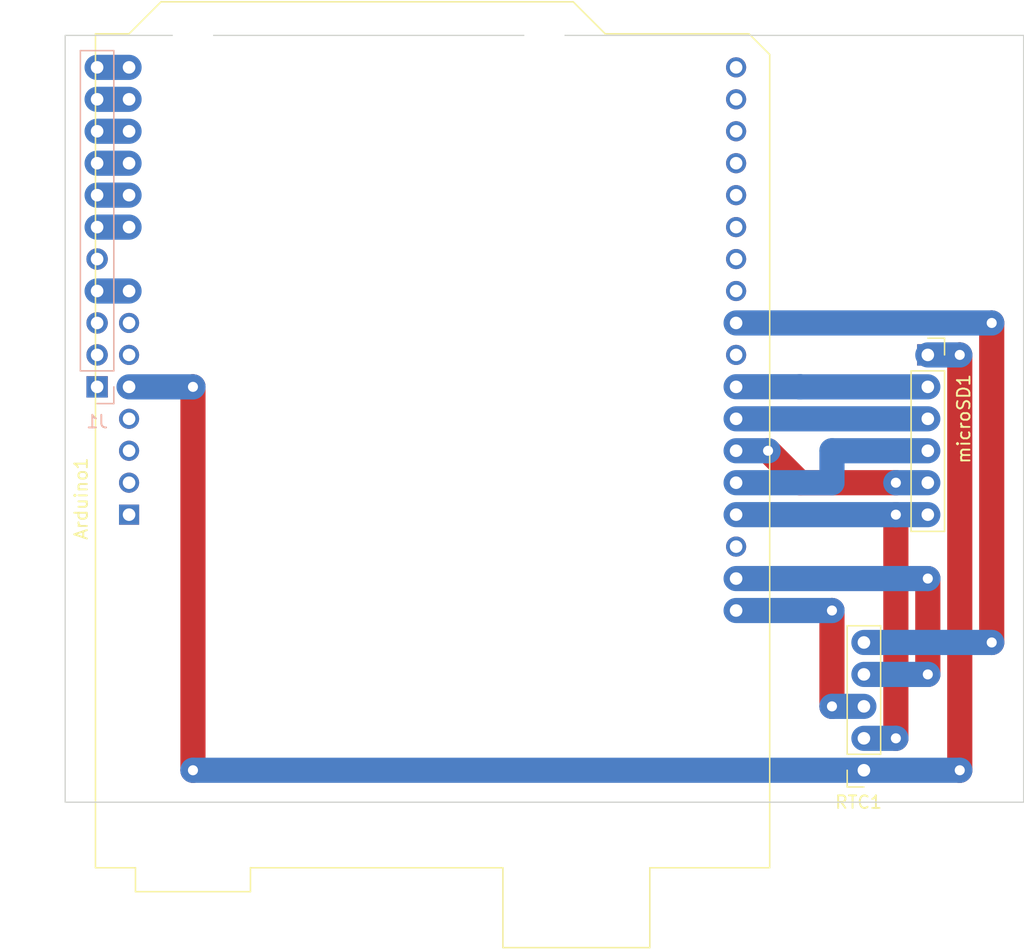
<source format=kicad_pcb>
(kicad_pcb (version 20211014) (generator pcbnew)
  (title_block (title "Arduino Shield za DS1302 i MicroSD modul") (date "4.6.2024.") (rev "2") (company "Fakultet tehnickih nauka u Novom Sadu"))
  (layers (0 "F.Cu" signal) (31 "B.Cu" signal) (34 "B.Paste" user) (35 "F.Paste" user) (36 "B.SilkS" user "B.Silkscreen") (37 "F.SilkS" user "F.Silkscreen") (38 "B.Mask" user) (39 "F.Mask" user) (44 "Edge.Cuts" user))
  (net 0 "")
  (net 1 "/SCK")
  (net 2 "/SDA")
  (net 3 "/SCL")
  (net 8 "+5V")
  (net 9 "/VIN")
  (net 10 "GND")
  (net 11 "/A0")
  (net 12 "/A1")
  (net 13 "/A2")
  (net 14 "/A3")
  (net 15 "/A4")
  (net 24 "/RTC RST")
  (net 25 "/SS")
  (net 26 "/MOSI")
  (net 27 "/MISO")
  (net 30 "/A5")
  (footprint "Connector_PinSocket_2.54mm:PinSocket_1x06_P2.54mm_Vertical" (layer "F.Cu") (at 180.34 91.44)
    (fp_text reference "microSD1" (at 2.8575 5.08 90) (layer "F.SilkS"))
    (fp_text value "Conn_01x06_Female" hide)
    (fp_line (start -1.33 1.27) (end 1.33 1.27) (layer "F.SilkS") (width 0.12))
    (fp_line (start 1.33 -1.33) (end 1.33 0) (layer "F.SilkS") (width 0.12))
    (fp_line (start -1.33 1.27) (end -1.33 14.03) (layer "F.SilkS") (width 0.12))
    (fp_line (start 1.33 1.27) (end 1.33 14.03) (layer "F.SilkS") (width 0.12))
    (fp_line (start -1.33 14.03) (end 1.33 14.03) (layer "F.SilkS") (width 0.12))
    (fp_line (start 0 -1.33) (end 1.33 -1.33) (layer "F.SilkS") (width 0.12))
    (pad "1" thru_hole rect (at 0 0) (size 1.7 1.7) (drill 1) (layers *.Cu *.Mask) (net 8 "+5V"))
    (pad "2" thru_hole oval (at 0 2.54) (size 1.7 1.7) (drill 1) (layers *.Cu *.Mask) (net 25 "/SS"))
    (pad "3" thru_hole oval (at 0 5.08) (size 1.7 1.7) (drill 1) (layers *.Cu *.Mask) (net 26 "/MOSI"))
    (pad "4" thru_hole oval (at 0 7.62) (size 1.7 1.7) (drill 1) (layers *.Cu *.Mask) (net 1 "/SCK"))
    (pad "5" thru_hole oval (at 0 10.16) (size 1.7 1.7) (drill 1) (layers *.Cu *.Mask) (net 27 "/MISO"))
    (pad "6" thru_hole oval (at 0 12.7) (size 1.7 1.7) (drill 1) (layers *.Cu *.Mask) (net 10 "GND"))
  )
  (footprint "For_Rasterboard:Arduino_UNO_R3_WithMountingHoles_Snapped_to_P2.54mm" (layer "F.Cu") (at 116.84 104.14 90)
    (fp_text reference "Arduino1" (at 1.27 -3.81 90) (layer "F.SilkS"))
    (fp_text value "Arduino UNO R3")
    (fp_line (start -28.07 41.4) (end -28.07 50.93) (layer "F.SilkS") (width 0.12))
    (fp_line (start -28.07 50.93) (end 36.58 50.93) (layer "F.SilkS") (width 0.12))
    (fp_line (start -28.07 0.51) (end -29.97 0.51) (layer "F.SilkS") (width 0.12))
    (fp_line (start 38.23 49.28) (end 38.23 37.85) (layer "F.SilkS") (width 0.12))
    (fp_line (start 40.77 2.54) (end 38.23 0) (layer "F.SilkS") (width 0.12))
    (fp_line (start 38.23 0) (end 38.23 -2.67) (layer "F.SilkS") (width 0.12))
    (fp_line (start -29.97 0.51) (end -29.97 9.65) (layer "F.SilkS") (width 0.12))
    (fp_line (start -28.07 29.72) (end -34.42 29.72) (layer "F.SilkS") (width 0.12))
    (fp_line (start -28.07 -2.67) (end -28.07 0.51) (layer "F.SilkS") (width 0.12))
    (fp_line (start 38.23 37.85) (end 40.77 35.31) (layer "F.SilkS") (width 0.12))
    (fp_line (start 38.23 -2.67) (end -28.07 -2.67) (layer "F.SilkS") (width 0.12))
    (fp_line (start -34.42 29.72) (end -34.42 41.4) (layer "F.SilkS") (width 0.12))
    (fp_line (start -29.97 9.65) (end -28.07 9.65) (layer "F.SilkS") (width 0.12))
    (fp_line (start -28.07 9.65) (end -28.07 29.72) (layer "F.SilkS") (width 0.12))
    (fp_line (start 36.58 50.93) (end 38.23 49.28) (layer "F.SilkS") (width 0.12))
    (fp_line (start 40.77 35.31) (end 40.77 2.54) (layer "F.SilkS") (width 0.12))
    (fp_line (start -34.42 41.4) (end -28.07 41.4) (layer "F.SilkS") (width 0.12))
    (pad "" np_thru_hole circle (at 38.1 5.08 180) (size 3.2 3.2) (drill 3.2) (layers *.Cu *.Mask))
    (pad "" np_thru_hole circle (at -13.97 0 180) (size 3.2 3.2) (drill 3.2) (layers *.Cu *.Mask))
    (pad "" np_thru_hole circle (at 38.1 33.02 180) (size 3.2 3.2) (drill 3.2) (layers *.Cu *.Mask))
    (pad "" np_thru_hole circle (at -12.7 48.26 180) (size 3.2 3.2) (drill 3.2) (layers *.Cu *.Mask))
    (pad "1" thru_hole rect (at 0 0 180) (size 1.6 1.6) (drill 1) (layers *.Cu *.Mask))
    (pad "2" thru_hole oval (at 2.54 0 180) (size 1.6 1.6) (drill 1) (layers *.Cu *.Mask))
    (pad "3" thru_hole oval (at 5.08 0 180) (size 1.6 1.6) (drill 1) (layers *.Cu *.Mask))
    (pad "4" thru_hole oval (at 7.62 0 180) (size 1.6 1.6) (drill 1) (layers *.Cu *.Mask))
    (pad "5" thru_hole oval (at 10.16 0 180) (size 1.6 1.6) (drill 1) (layers *.Cu *.Mask) (net 8 "+5V"))
    (pad "6" thru_hole oval (at 12.7 0 180) (size 1.6 1.6) (drill 1) (layers *.Cu *.Mask) (net 10 "GND"))
    (pad "7" thru_hole oval (at 15.24 0 180) (size 1.6 1.6) (drill 1) (layers *.Cu *.Mask) (net 10 "GND"))
    (pad "8" thru_hole oval (at 17.78 0 180) (size 1.6 1.6) (drill 1) (layers *.Cu *.Mask) (net 9 "/VIN"))
    (pad "9" thru_hole oval (at 22.86 0 180) (size 1.6 1.6) (drill 1) (layers *.Cu *.Mask) (net 11 "/A0"))
    (pad "10" thru_hole oval (at 25.4 0 180) (size 1.6 1.6) (drill 1) (layers *.Cu *.Mask) (net 12 "/A1"))
    (pad "11" thru_hole oval (at 27.94 0 180) (size 1.6 1.6) (drill 1) (layers *.Cu *.Mask) (net 13 "/A2"))
    (pad "12" thru_hole oval (at 30.48 0 180) (size 1.6 1.6) (drill 1) (layers *.Cu *.Mask) (net 14 "/A3"))
    (pad "13" thru_hole oval (at 33.02 0 180) (size 1.6 1.6) (drill 1) (layers *.Cu *.Mask) (net 15 "/A4"))
    (pad "14" thru_hole oval (at 35.56 0 180) (size 1.6 1.6) (drill 1) (layers *.Cu *.Mask) (net 30 "/A5"))
    (pad "15" thru_hole oval (at 35.56 48.26 180) (size 1.6 1.6) (drill 1) (layers *.Cu *.Mask))
    (pad "16" thru_hole oval (at 33.02 48.26 180) (size 1.6 1.6) (drill 1) (layers *.Cu *.Mask))
    (pad "17" thru_hole oval (at 30.48 48.26 180) (size 1.6 1.6) (drill 1) (layers *.Cu *.Mask))
    (pad "18" thru_hole oval (at 27.94 48.26 180) (size 1.6 1.6) (drill 1) (layers *.Cu *.Mask))
    (pad "19" thru_hole oval (at 25.4 48.26 180) (size 1.6 1.6) (drill 1) (layers *.Cu *.Mask))
    (pad "20" thru_hole oval (at 22.86 48.26 180) (size 1.6 1.6) (drill 1) (layers *.Cu *.Mask))
    (pad "21" thru_hole oval (at 20.32 48.26 180) (size 1.6 1.6) (drill 1) (layers *.Cu *.Mask))
    (pad "22" thru_hole oval (at 17.78 48.26 180) (size 1.6 1.6) (drill 1) (layers *.Cu *.Mask))
    (pad "23" thru_hole oval (at 15.24 48.26 180) (size 1.6 1.6) (drill 1) (layers *.Cu *.Mask) (net 24 "/RTC RST"))
    (pad "24" thru_hole oval (at 12.7 48.26 180) (size 1.6 1.6) (drill 1) (layers *.Cu *.Mask))
    (pad "25" thru_hole oval (at 10.16 48.26 180) (size 1.6 1.6) (drill 1) (layers *.Cu *.Mask) (net 25 "/SS"))
    (pad "26" thru_hole oval (at 7.62 48.26 180) (size 1.6 1.6) (drill 1) (layers *.Cu *.Mask) (net 26 "/MOSI"))
    (pad "27" thru_hole oval (at 5.08 48.26 180) (size 1.6 1.6) (drill 1) (layers *.Cu *.Mask) (net 27 "/MISO"))
    (pad "28" thru_hole oval (at 2.54 48.26 180) (size 1.6 1.6) (drill 1) (layers *.Cu *.Mask) (net 1 "/SCK"))
    (pad "29" thru_hole oval (at 0 48.26 180) (size 1.6 1.6) (drill 1) (layers *.Cu *.Mask) (net 10 "GND"))
    (pad "30" thru_hole oval (at -2.54 48.26 180) (size 1.6 1.6) (drill 1) (layers *.Cu *.Mask))
    (pad "31" thru_hole oval (at -5.08 48.26 180) (size 1.6 1.6) (drill 1) (layers *.Cu *.Mask) (net 2 "/SDA"))
    (pad "32" thru_hole oval (at -7.62 48.26 180) (size 1.6 1.6) (drill 1) (layers *.Cu *.Mask) (net 3 "/SCL"))
  )
  (footprint "Connector_PinSocket_2.54mm:PinSocket_1x05_P2.54mm_Vertical" (layer "F.Cu") (at 175.26 124.46 180)
    (fp_text reference "RTC1" (at 0.4275 -2.54) (layer "F.SilkS"))
    (fp_text value "Conn_01x05_Female" hide)
    (fp_line (start -1.33 1.27) (end -1.33 11.49) (layer "F.SilkS") (width 0.12))
    (fp_line (start -1.33 11.49) (end 1.33 11.49) (layer "F.SilkS") (width 0.12))
    (fp_line (start 1.33 1.27) (end 1.33 11.49) (layer "F.SilkS") (width 0.12))
    (fp_line (start 0 -1.33) (end 1.33 -1.33) (layer "F.SilkS") (width 0.12))
    (fp_line (start -1.33 1.27) (end 1.33 1.27) (layer "F.SilkS") (width 0.12))
    (fp_line (start 1.33 -1.33) (end 1.33 0) (layer "F.SilkS") (width 0.12))
    (pad "1" thru_hole rect (at 0 0 180) (size 1.7 1.7) (drill 1) (layers *.Cu *.Mask) (net 8 "+5V"))
    (pad "2" thru_hole oval (at 0 2.54 180) (size 1.7 1.7) (drill 1) (layers *.Cu *.Mask) (net 10 "GND"))
    (pad "3" thru_hole oval (at 0 5.08 180) (size 1.7 1.7) (drill 1) (layers *.Cu *.Mask) (net 3 "/SCL"))
    (pad "4" thru_hole oval (at 0 7.62 180) (size 1.7 1.7) (drill 1) (layers *.Cu *.Mask) (net 2 "/SDA"))
    (pad "5" thru_hole oval (at 0 10.16 180) (size 1.7 1.7) (drill 1) (layers *.Cu *.Mask) (net 24 "/RTC RST"))
  )
  (footprint "Connector_PinSocket_2.54mm:PinSocket_1x11_P2.54mm_Vertical" (layer "B.Cu") (at 114.3 93.98)
    (fp_text reference "J1" (at 0 2.77) (layer "B.SilkS") (effects (justify mirror)))
    (fp_text value "Conn_01x11_Female")
    (fp_line (start 0 1.33) (end 1.33 1.33) (layer "B.SilkS") (width 0.12))
    (fp_line (start -1.33 -1.27) (end -1.33 -26.73) (layer "B.SilkS") (width 0.12))
    (fp_line (start -1.33 -26.73) (end 1.33 -26.73) (layer "B.SilkS") (width 0.12))
    (fp_line (start -1.33 -1.27) (end 1.33 -1.27) (layer "B.SilkS") (width 0.12))
    (fp_line (start 1.33 -1.27) (end 1.33 -26.73) (layer "B.SilkS") (width 0.12))
    (fp_line (start 1.33 1.33) (end 1.33 0) (layer "B.SilkS") (width 0.12))
    (pad "1" thru_hole rect (at 0 0) (size 1.7 1.7) (drill 1) (layers *.Cu *.Mask) (net 8 "+5V"))
    (pad "2" thru_hole oval (at 0 -2.54) (size 1.7 1.7) (drill 1) (layers *.Cu *.Mask) (net 10 "GND"))
    (pad "3" thru_hole oval (at 0 -5.08) (size 1.7 1.7) (drill 1) (layers *.Cu *.Mask) (net 10 "GND"))
    (pad "4" thru_hole oval (at 0 -7.62) (size 1.7 1.7) (drill 1) (layers *.Cu *.Mask) (net 9 "/VIN"))
    (pad "5" thru_hole oval (at 0 -10.16) (size 1.7 1.7) (drill 1) (layers *.Cu *.Mask))
    (pad "6" thru_hole oval (at 0 -12.7) (size 1.7 1.7) (drill 1) (layers *.Cu *.Mask) (net 11 "/A0"))
    (pad "7" thru_hole oval (at 0 -15.24) (size 1.7 1.7) (drill 1) (layers *.Cu *.Mask) (net 12 "/A1"))
    (pad "8" thru_hole oval (at 0 -17.78) (size 1.7 1.7) (drill 1) (layers *.Cu *.Mask) (net 13 "/A2"))
    (pad "9" thru_hole oval (at 0 -20.32) (size 1.7 1.7) (drill 1) (layers *.Cu *.Mask) (net 14 "/A3"))
    (pad "10" thru_hole oval (at 0 -22.86) (size 1.7 1.7) (drill 1) (layers *.Cu *.Mask) (net 15 "/A4"))
    (pad "11" thru_hole oval (at 0 -25.4) (size 1.7 1.7) (drill 1) (layers *.Cu *.Mask) (net 30 "/A5"))
  )
  (gr_rect (start 187.96 127) (end 111.76 66.04) (layer "Edge.Cuts") (width 0.1) (fill none))
  (segment (start 165.1 101.6) (end 172.72 101.6) (width 2) (layer "B.Cu") (net 1))
  (segment (start 172.72 99.06) (end 180.34 99.06) (width 2) (layer "B.Cu") (net 1))
  (segment (start 172.72 101.6) (end 172.72 99.06) (width 2) (layer "B.Cu") (net 1))
  (segment (start 180.34 109.22) (end 180.34 116.84) (width 2) (layer "F.Cu") (net 2))
  (via (at 180.34 109.22) (size 2) (drill 0.8) (layers "F.Cu" "B.Cu") (net 2))
  (via (at 180.34 116.84) (size 2) (drill 0.8) (layers "F.Cu" "B.Cu") (net 2))
  (segment (start 165.1 109.22) (end 180.34 109.22) (width 2) (layer "B.Cu") (net 2))
  (segment (start 180.34 116.84) (end 175.26 116.84) (width 2) (layer "B.Cu") (net 2))
  (segment (start 172.72 111.76) (end 172.72 119.38) (width 2) (layer "F.Cu") (net 3))
  (via (at 172.72 111.76) (size 2) (drill 0.8) (layers "F.Cu" "B.Cu") (net 3))
  (via (at 172.72 119.38) (size 2) (drill 0.8) (layers "F.Cu" "B.Cu") (net 3))
  (segment (start 165.1 111.76) (end 172.72 111.76) (width 2) (layer "B.Cu") (net 3))
  (segment (start 172.72 119.38) (end 175.26 119.38) (width 2) (layer "B.Cu") (net 3))
  (segment (start 182.88 124.46) (end 182.88 91.44) (width 2) (layer "F.Cu") (net 8))
  (segment (start 121.92 93.98) (end 121.92 124.46) (width 2) (layer "F.Cu") (net 8))
  (via (at 121.92 93.98) (size 2) (drill 0.8) (layers "F.Cu" "B.Cu") (net 8))
  (via (at 182.88 124.46) (size 2) (drill 0.8) (layers "F.Cu" "B.Cu") (net 8))
  (via (at 182.88 91.44) (size 2) (drill 0.8) (layers "F.Cu" "B.Cu") (net 8))
  (via (at 121.92 124.46) (size 2) (drill 0.8) (layers "F.Cu" "B.Cu") (net 8))
  (segment (start 180.34 91.44) (end 182.88 91.44) (width 2) (layer "B.Cu") (net 8))
  (segment (start 121.92 124.46) (end 182.88 124.46) (width 2) (layer "B.Cu") (net 8))
  (segment (start 116.84 93.98) (end 121.92 93.98) (width 2) (layer "B.Cu") (net 8))
  (segment (start 114.3 86.36) (end 116.84 86.36) (width 2) (layer "B.Cu") (net 9))
  (segment (start 177.8 121.92) (end 177.8 104.14) (width 2) (layer "F.Cu") (net 10))
  (via (at 177.8 121.92) (size 2) (drill 0.8) (layers "F.Cu" "B.Cu") (net 10))
  (via (at 177.8 104.14) (size 2) (drill 0.8) (layers "F.Cu" "B.Cu") (net 10))
  (segment (start 175.26 121.92) (end 177.8 121.92) (width 2) (layer "B.Cu") (net 10))
  (segment (start 180.34 104.14) (end 177.8 104.14) (width 2) (layer "B.Cu") (net 10))
  (segment (start 177.8 104.14) (end 165.1 104.14) (width 2) (layer "B.Cu") (net 10))
  (segment (start 114.3 81.28) (end 116.84 81.28) (width 2) (layer "B.Cu") (net 11))
  (segment (start 114.3 78.74) (end 116.84 78.74) (width 2) (layer "B.Cu") (net 12))
  (segment (start 114.3 76.2) (end 116.84 76.2) (width 2) (layer "B.Cu") (net 13))
  (segment (start 114.3 73.66) (end 116.84 73.66) (width 2) (layer "B.Cu") (net 14))
  (segment (start 114.3 71.12) (end 116.84 71.12) (width 2) (layer "B.Cu") (net 15))
  (segment (start 185.42 114.3) (end 185.42 88.9) (width 2) (layer "F.Cu") (net 24))
  (via (at 185.42 88.9) (size 2) (drill 0.8) (layers "F.Cu" "B.Cu") (net 24))
  (via (at 185.42 114.3) (size 2) (drill 0.8) (layers "F.Cu" "B.Cu") (net 24))
  (segment (start 175.26 114.3) (end 185.42 114.3) (width 2) (layer "B.Cu") (net 24))
  (segment (start 165.1 88.9) (end 185.42 88.9) (width 2) (layer "B.Cu") (net 24))
  (segment (start 170.17 93.97) (end 170.18 93.98) (width 2) (layer "B.Cu") (net 25))
  (segment (start 170.18 93.98) (end 180.34 93.98) (width 2) (layer "B.Cu") (net 25))
  (segment (start 165.1 93.97) (end 170.17 93.97) (width 2) (layer "B.Cu") (net 25))
  (segment (start 165.1 96.52) (end 180.34 96.52) (width 2) (layer "B.Cu") (net 26))
  (segment (start 177.8 101.6) (end 170.18 101.6) (width 2) (layer "F.Cu") (net 27))
  (segment (start 170.18 101.6) (end 167.64 99.06) (width 2) (layer "F.Cu") (net 27))
  (via (at 167.64 99.06) (size 2) (drill 0.8) (layers "F.Cu" "B.Cu") (net 27))
  (via (at 177.8 101.6) (size 2) (drill 0.8) (layers "F.Cu" "B.Cu") (net 27))
  (segment (start 180.34 101.6) (end 177.8 101.6) (width 2) (layer "B.Cu") (net 27))
  (segment (start 165.1 99.06) (end 167.64 99.06) (width 2) (layer "B.Cu") (net 27))
  (segment (start 114.3 68.58) (end 116.84 68.58) (width 2) (layer "B.Cu") (net 30))
)
</source>
